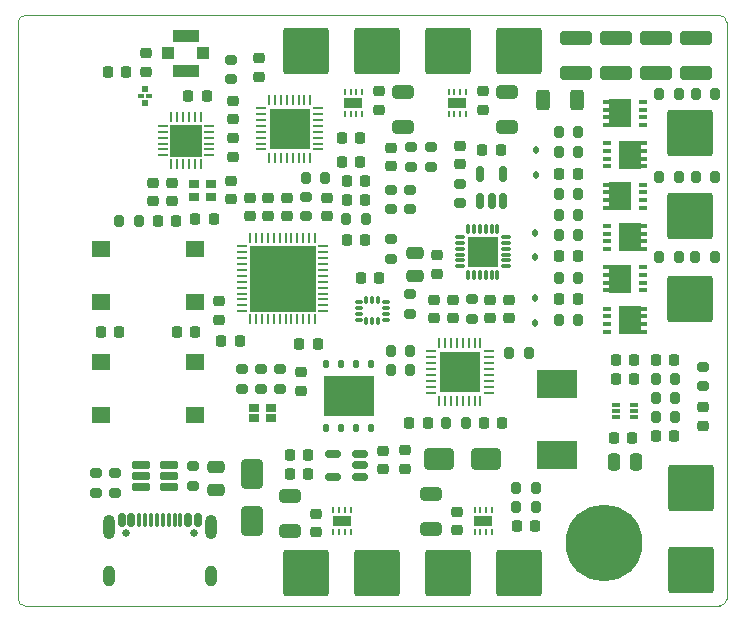
<source format=gbr>
%TF.GenerationSoftware,KiCad,Pcbnew,8.0.3*%
%TF.CreationDate,2024-11-14T20:38:21+13:00*%
%TF.ProjectId,combat-r1,636f6d62-6174-42d7-9231-2e6b69636164,rev?*%
%TF.SameCoordinates,Original*%
%TF.FileFunction,Soldermask,Top*%
%TF.FilePolarity,Negative*%
%FSLAX46Y46*%
G04 Gerber Fmt 4.6, Leading zero omitted, Abs format (unit mm)*
G04 Created by KiCad (PCBNEW 8.0.3) date 2024-11-14 20:38:21*
%MOMM*%
%LPD*%
G01*
G04 APERTURE LIST*
G04 Aperture macros list*
%AMRoundRect*
0 Rectangle with rounded corners*
0 $1 Rounding radius*
0 $2 $3 $4 $5 $6 $7 $8 $9 X,Y pos of 4 corners*
0 Add a 4 corners polygon primitive as box body*
4,1,4,$2,$3,$4,$5,$6,$7,$8,$9,$2,$3,0*
0 Add four circle primitives for the rounded corners*
1,1,$1+$1,$2,$3*
1,1,$1+$1,$4,$5*
1,1,$1+$1,$6,$7*
1,1,$1+$1,$8,$9*
0 Add four rect primitives between the rounded corners*
20,1,$1+$1,$2,$3,$4,$5,0*
20,1,$1+$1,$4,$5,$6,$7,0*
20,1,$1+$1,$6,$7,$8,$9,0*
20,1,$1+$1,$8,$9,$2,$3,0*%
G04 Aperture macros list end*
%ADD10RoundRect,0.225000X-0.225000X-0.250000X0.225000X-0.250000X0.225000X0.250000X-0.225000X0.250000X0*%
%ADD11RoundRect,0.200000X0.275000X-0.200000X0.275000X0.200000X-0.275000X0.200000X-0.275000X-0.200000X0*%
%ADD12RoundRect,0.225000X0.225000X0.250000X-0.225000X0.250000X-0.225000X-0.250000X0.225000X-0.250000X0*%
%ADD13R,1.600000X1.400000*%
%ADD14RoundRect,0.112500X-0.112500X0.187500X-0.112500X-0.187500X0.112500X-0.187500X0.112500X0.187500X0*%
%ADD15RoundRect,0.250000X1.100000X-0.325000X1.100000X0.325000X-1.100000X0.325000X-1.100000X-0.325000X0*%
%ADD16RoundRect,0.225000X0.250000X-0.225000X0.250000X0.225000X-0.250000X0.225000X-0.250000X-0.225000X0*%
%ADD17R,0.650000X0.350000*%
%ADD18R,1.975000X2.400000*%
%ADD19RoundRect,0.062500X0.062500X-0.187500X0.062500X0.187500X-0.062500X0.187500X-0.062500X-0.187500X0*%
%ADD20R,1.600000X0.900000*%
%ADD21RoundRect,0.250002X-1.699998X-1.699998X1.699998X-1.699998X1.699998X1.699998X-1.699998X1.699998X0*%
%ADD22RoundRect,0.125000X0.125000X-0.250000X0.125000X0.250000X-0.125000X0.250000X-0.125000X-0.250000X0*%
%ADD23R,4.300000X3.400000*%
%ADD24RoundRect,0.200000X-0.200000X-0.275000X0.200000X-0.275000X0.200000X0.275000X-0.200000X0.275000X0*%
%ADD25C,0.650000*%
%ADD26RoundRect,0.150000X-0.150000X-0.425000X0.150000X-0.425000X0.150000X0.425000X-0.150000X0.425000X0*%
%ADD27RoundRect,0.075000X-0.075000X-0.500000X0.075000X-0.500000X0.075000X0.500000X-0.075000X0.500000X0*%
%ADD28O,1.000000X2.100000*%
%ADD29O,1.000000X1.800000*%
%ADD30R,1.000000X1.000000*%
%ADD31R,2.200000X1.050000*%
%ADD32RoundRect,0.218750X-0.218750X-0.256250X0.218750X-0.256250X0.218750X0.256250X-0.218750X0.256250X0*%
%ADD33RoundRect,0.250000X-0.250000X-0.475000X0.250000X-0.475000X0.250000X0.475000X-0.250000X0.475000X0*%
%ADD34RoundRect,0.250000X0.650000X-0.325000X0.650000X0.325000X-0.650000X0.325000X-0.650000X-0.325000X0*%
%ADD35RoundRect,0.075000X-0.350000X-0.075000X0.350000X-0.075000X0.350000X0.075000X-0.350000X0.075000X0*%
%ADD36RoundRect,0.075000X-0.075000X-0.350000X0.075000X-0.350000X0.075000X0.350000X-0.075000X0.350000X0*%
%ADD37R,2.650000X2.650000*%
%ADD38RoundRect,0.250000X0.650000X-1.000000X0.650000X1.000000X-0.650000X1.000000X-0.650000X-1.000000X0*%
%ADD39RoundRect,0.250000X-1.000000X-0.650000X1.000000X-0.650000X1.000000X0.650000X-1.000000X0.650000X0*%
%ADD40RoundRect,0.225000X-0.250000X0.225000X-0.250000X-0.225000X0.250000X-0.225000X0.250000X0.225000X0*%
%ADD41R,0.550000X0.550000*%
%ADD42R,0.500000X0.300000*%
%ADD43C,4.200000*%
%ADD44C,6.500000*%
%ADD45RoundRect,0.200000X-0.275000X0.200000X-0.275000X-0.200000X0.275000X-0.200000X0.275000X0.200000X0*%
%ADD46RoundRect,0.250002X1.699998X1.699998X-1.699998X1.699998X-1.699998X-1.699998X1.699998X-1.699998X0*%
%ADD47RoundRect,0.062500X-0.062500X0.187500X-0.062500X-0.187500X0.062500X-0.187500X0.062500X0.187500X0*%
%ADD48RoundRect,0.062500X-0.062500X0.375000X-0.062500X-0.375000X0.062500X-0.375000X0.062500X0.375000X0*%
%ADD49RoundRect,0.062500X-0.375000X0.062500X-0.375000X-0.062500X0.375000X-0.062500X0.375000X0.062500X0*%
%ADD50R,5.600000X5.600000*%
%ADD51RoundRect,0.250000X-0.650000X0.325000X-0.650000X-0.325000X0.650000X-0.325000X0.650000X0.325000X0*%
%ADD52RoundRect,0.200000X0.200000X0.275000X-0.200000X0.275000X-0.200000X-0.275000X0.200000X-0.275000X0*%
%ADD53R,3.450000X3.450000*%
%ADD54RoundRect,0.250000X-0.475000X0.250000X-0.475000X-0.250000X0.475000X-0.250000X0.475000X0.250000X0*%
%ADD55RoundRect,0.150000X0.512500X0.150000X-0.512500X0.150000X-0.512500X-0.150000X0.512500X-0.150000X0*%
%ADD56RoundRect,0.085000X-0.265000X-0.085000X0.265000X-0.085000X0.265000X0.085000X-0.265000X0.085000X0*%
%ADD57RoundRect,0.150000X0.150000X-0.512500X0.150000X0.512500X-0.150000X0.512500X-0.150000X-0.512500X0*%
%ADD58R,0.900000X0.800000*%
%ADD59R,0.850000X0.650000*%
%ADD60RoundRect,0.062500X0.062500X-0.350000X0.062500X0.350000X-0.062500X0.350000X-0.062500X-0.350000X0*%
%ADD61RoundRect,0.062500X0.350000X-0.062500X0.350000X0.062500X-0.350000X0.062500X-0.350000X-0.062500X0*%
%ADD62R,2.700000X2.700000*%
%ADD63RoundRect,0.250000X0.312500X0.625000X-0.312500X0.625000X-0.312500X-0.625000X0.312500X-0.625000X0*%
%ADD64RoundRect,0.062500X0.375000X0.062500X-0.375000X0.062500X-0.375000X-0.062500X0.375000X-0.062500X0*%
%ADD65RoundRect,0.062500X0.062500X0.375000X-0.062500X0.375000X-0.062500X-0.375000X0.062500X-0.375000X0*%
%ADD66RoundRect,0.218750X-0.256250X0.218750X-0.256250X-0.218750X0.256250X-0.218750X0.256250X0.218750X0*%
%ADD67RoundRect,0.150000X-0.650000X-0.150000X0.650000X-0.150000X0.650000X0.150000X-0.650000X0.150000X0*%
%ADD68R,3.500000X2.350000*%
%ADD69RoundRect,0.087500X0.225000X0.087500X-0.225000X0.087500X-0.225000X-0.087500X0.225000X-0.087500X0*%
%ADD70RoundRect,0.087500X0.087500X0.225000X-0.087500X0.225000X-0.087500X-0.225000X0.087500X-0.225000X0*%
%TA.AperFunction,Profile*%
%ADD71C,0.050000*%
%TD*%
G04 APERTURE END LIST*
D10*
%TO.C,C8*%
X147425000Y-85400000D03*
X148975000Y-85400000D03*
%TD*%
D11*
%TO.C,R41*%
X151600000Y-91425000D03*
X151600000Y-89775000D03*
%TD*%
D12*
%TO.C,C26*%
X145375000Y-102800000D03*
X143825000Y-102800000D03*
%TD*%
%TO.C,C18*%
X154675000Y-109500000D03*
X153125000Y-109500000D03*
%TD*%
D13*
%TO.C,SW1*%
X135000000Y-99250000D03*
X127000000Y-99250000D03*
X135000000Y-94750000D03*
X127000000Y-94750000D03*
%TD*%
D14*
%TO.C,D2*%
X163825000Y-86400000D03*
X163825000Y-88500000D03*
%TD*%
D10*
%TO.C,C46*%
X162225000Y-118200000D03*
X163775000Y-118200000D03*
%TD*%
D15*
%TO.C,C36*%
X174000000Y-79875000D03*
X174000000Y-76925000D03*
%TD*%
D10*
%TO.C,C27*%
X149025000Y-97200000D03*
X150575000Y-97200000D03*
%TD*%
D16*
%TO.C,C51*%
X151600000Y-87775000D03*
X151600000Y-86225000D03*
%TD*%
D17*
%TO.C,Q1*%
X172925000Y-84275000D03*
X172925000Y-83625000D03*
X172925000Y-82975000D03*
X172925000Y-82325000D03*
X169825000Y-82325000D03*
X169825000Y-82975000D03*
X169825000Y-83625000D03*
X169825000Y-84275000D03*
D18*
X170962500Y-83300000D03*
%TD*%
D19*
%TO.C,U7*%
X146650000Y-118750000D03*
X147150000Y-118750000D03*
X147650000Y-118750000D03*
X148150000Y-118750000D03*
X148150000Y-116850000D03*
X147650000Y-116850000D03*
X147150000Y-116850000D03*
X146650000Y-116850000D03*
D20*
X147400000Y-117800000D03*
%TD*%
D21*
%TO.C,J11*%
X144400000Y-78000000D03*
%TD*%
D22*
%TO.C,U15*%
X146095000Y-109900000D03*
X147365000Y-109900000D03*
X148635000Y-109900000D03*
X149905000Y-109900000D03*
X149905000Y-104500000D03*
X148635000Y-104500000D03*
X147365000Y-104500000D03*
X146095000Y-104500000D03*
D23*
X148000000Y-107200000D03*
%TD*%
D16*
%TO.C,C20*%
X161600000Y-100625000D03*
X161600000Y-99075000D03*
%TD*%
D11*
%TO.C,R19*%
X144400000Y-92025000D03*
X144400000Y-90375000D03*
%TD*%
%TO.C,R20*%
X151600000Y-95625000D03*
X151600000Y-93975000D03*
%TD*%
%TO.C,R22*%
X126600000Y-115425000D03*
X126600000Y-113775000D03*
%TD*%
D10*
%TO.C,C59*%
X174025000Y-104200000D03*
X175575000Y-104200000D03*
%TD*%
D17*
%TO.C,Q4*%
X169825000Y-92825000D03*
X169825000Y-93475000D03*
X169825000Y-94125000D03*
X169825000Y-94775000D03*
X172925000Y-94775000D03*
X172925000Y-94125000D03*
X172925000Y-93475000D03*
X172925000Y-92825000D03*
D18*
X171787500Y-93800000D03*
%TD*%
D10*
%TO.C,C14*%
X165825000Y-99000000D03*
X167375000Y-99000000D03*
%TD*%
D16*
%TO.C,C17*%
X155200000Y-100625000D03*
X155200000Y-99075000D03*
%TD*%
D24*
%TO.C,R28*%
X151575000Y-103400000D03*
X153225000Y-103400000D03*
%TD*%
D25*
%TO.C,J4*%
X129110000Y-118795000D03*
X134890000Y-118795000D03*
D26*
X128800000Y-117720000D03*
X129600000Y-117720000D03*
D27*
X130750000Y-117720000D03*
X131750000Y-117720000D03*
X132250000Y-117720000D03*
X133250000Y-117720000D03*
D26*
X134400000Y-117720000D03*
X135200000Y-117720000D03*
X135200000Y-117720000D03*
X134400000Y-117720000D03*
D27*
X133750000Y-117720000D03*
X132750000Y-117720000D03*
X131250000Y-117720000D03*
X130250000Y-117720000D03*
D26*
X129600000Y-117720000D03*
X128800000Y-117720000D03*
D28*
X127680000Y-118295000D03*
D29*
X127680000Y-122475000D03*
D28*
X136320000Y-118295000D03*
D29*
X136320000Y-122475000D03*
%TD*%
D30*
%TO.C,J18*%
X132700000Y-78200000D03*
D31*
X134200000Y-76725000D03*
D30*
X135700000Y-78200000D03*
D31*
X134200000Y-79675000D03*
%TD*%
D32*
%TO.C,D1*%
X131812500Y-92400000D03*
X133387500Y-92400000D03*
%TD*%
D19*
%TO.C,U6*%
X158650000Y-118750000D03*
X159150000Y-118750000D03*
X159650000Y-118750000D03*
X160150000Y-118750000D03*
X160150000Y-116850000D03*
X159650000Y-116850000D03*
X159150000Y-116850000D03*
X158650000Y-116850000D03*
D20*
X159400000Y-117800000D03*
%TD*%
D16*
%TO.C,C25*%
X139600000Y-91975000D03*
X139600000Y-90425000D03*
%TD*%
D33*
%TO.C,C43*%
X170450000Y-112800000D03*
X172350000Y-112800000D03*
%TD*%
D34*
%TO.C,C33*%
X155000000Y-118475000D03*
X155000000Y-115525000D03*
%TD*%
D10*
%TO.C,C9*%
X147825000Y-89000000D03*
X149375000Y-89000000D03*
%TD*%
D24*
%TO.C,R24*%
X173975000Y-109000000D03*
X175625000Y-109000000D03*
%TD*%
D11*
%TO.C,R29*%
X153200000Y-100275000D03*
X153200000Y-98625000D03*
%TD*%
D35*
%TO.C,U9*%
X157390000Y-93750000D03*
X157390000Y-94250000D03*
X157390000Y-94750000D03*
X157390000Y-95250000D03*
X157390000Y-95750000D03*
X157390000Y-96250000D03*
D36*
X158090000Y-96950000D03*
X158590000Y-96950000D03*
X159090000Y-96950000D03*
X159590000Y-96950000D03*
X160090000Y-96950000D03*
X160590000Y-96950000D03*
D35*
X161290000Y-96250000D03*
X161290000Y-95750000D03*
X161290000Y-95250000D03*
X161290000Y-94750000D03*
X161290000Y-94250000D03*
X161290000Y-93750000D03*
D36*
X160590000Y-93050000D03*
X160090000Y-93050000D03*
X159590000Y-93050000D03*
X159090000Y-93050000D03*
X158590000Y-93050000D03*
X158090000Y-93050000D03*
D37*
X159340000Y-95000000D03*
%TD*%
D16*
%TO.C,C2*%
X138200000Y-83775000D03*
X138200000Y-82225000D03*
%TD*%
%TO.C,C34*%
X145200000Y-118775000D03*
X145200000Y-117225000D03*
%TD*%
D38*
%TO.C,D5*%
X139800000Y-117800000D03*
X139800000Y-113800000D03*
%TD*%
D17*
%TO.C,Q2*%
X169825000Y-85825000D03*
X169825000Y-86475000D03*
X169825000Y-87125000D03*
X169825000Y-87775000D03*
X172925000Y-87775000D03*
X172925000Y-87125000D03*
X172925000Y-86475000D03*
X172925000Y-85825000D03*
D18*
X171787500Y-86800000D03*
%TD*%
D17*
%TO.C,Q3*%
X172925000Y-91275000D03*
X172925000Y-90625000D03*
X172925000Y-89975000D03*
X172925000Y-89325000D03*
X169825000Y-89325000D03*
X169825000Y-89975000D03*
X169825000Y-90625000D03*
X169825000Y-91275000D03*
D18*
X170962500Y-90300000D03*
%TD*%
D10*
%TO.C,C42*%
X170625000Y-104200000D03*
X172175000Y-104200000D03*
%TD*%
D39*
%TO.C,D6*%
X155600000Y-112600000D03*
X159600000Y-112600000D03*
%TD*%
D40*
%TO.C,C3*%
X131400000Y-89200000D03*
X131400000Y-90750000D03*
%TD*%
D12*
%TO.C,C50*%
X144575000Y-112200000D03*
X143025000Y-112200000D03*
%TD*%
%TO.C,C40*%
X175575000Y-110600000D03*
X174025000Y-110600000D03*
%TD*%
D41*
%TO.C,FL1*%
X130750000Y-82400000D03*
D42*
X131100000Y-81800000D03*
D41*
X130750000Y-81200000D03*
D42*
X130400000Y-81800000D03*
%TD*%
D43*
%TO.C,SW3*%
X169600000Y-119700000D03*
D44*
X169600000Y-119700000D03*
%TD*%
D24*
%TO.C,R7*%
X165775000Y-91900000D03*
X167425000Y-91900000D03*
%TD*%
%TO.C,R10*%
X165775000Y-93600000D03*
X167425000Y-93600000D03*
%TD*%
D10*
%TO.C,C41*%
X170625000Y-105800000D03*
X172175000Y-105800000D03*
%TD*%
D16*
%TO.C,C32*%
X157200000Y-118575000D03*
X157200000Y-117025000D03*
%TD*%
D45*
%TO.C,R34*%
X153300000Y-86175000D03*
X153300000Y-87825000D03*
%TD*%
D11*
%TO.C,R23*%
X128200000Y-115425000D03*
X128200000Y-113775000D03*
%TD*%
D17*
%TO.C,Q6*%
X169825000Y-99825000D03*
X169825000Y-100475000D03*
X169825000Y-101125000D03*
X169825000Y-101775000D03*
X172925000Y-101775000D03*
X172925000Y-101125000D03*
X172925000Y-100475000D03*
X172925000Y-99825000D03*
D18*
X171787500Y-100800000D03*
%TD*%
D40*
%TO.C,C5*%
X138200000Y-85425000D03*
X138200000Y-86975000D03*
%TD*%
D21*
%TO.C,J6*%
X177000000Y-115000000D03*
%TD*%
D46*
%TO.C,J15*%
X162400000Y-122200000D03*
%TD*%
D16*
%TO.C,C22*%
X142800000Y-91975000D03*
X142800000Y-90425000D03*
%TD*%
D24*
%TO.C,R16*%
X147775000Y-92200000D03*
X149425000Y-92200000D03*
%TD*%
D15*
%TO.C,C37*%
X170600000Y-79875000D03*
X170600000Y-76925000D03*
%TD*%
D40*
%TO.C,C63*%
X144000000Y-105225000D03*
X144000000Y-106775000D03*
%TD*%
D45*
%TO.C,R1*%
X138000000Y-78775000D03*
X138000000Y-80425000D03*
%TD*%
D24*
%TO.C,R6*%
X174300000Y-81650000D03*
X175950000Y-81650000D03*
%TD*%
D40*
%TO.C,C56*%
X138000000Y-89025000D03*
X138000000Y-90575000D03*
%TD*%
D10*
%TO.C,C62*%
X137225000Y-102600000D03*
X138775000Y-102600000D03*
%TD*%
D47*
%TO.C,U3*%
X149150000Y-81450000D03*
X148650000Y-81450000D03*
X148150000Y-81450000D03*
X147650000Y-81450000D03*
X147650000Y-83350000D03*
X148150000Y-83350000D03*
X148650000Y-83350000D03*
X149150000Y-83350000D03*
D20*
X148400000Y-82400000D03*
%TD*%
D32*
%TO.C,D8*%
X159412500Y-109500000D03*
X160987500Y-109500000D03*
%TD*%
D12*
%TO.C,C58*%
X129175000Y-79800000D03*
X127625000Y-79800000D03*
%TD*%
D48*
%TO.C,U14*%
X145150000Y-93862500D03*
X144650000Y-93862500D03*
X144150000Y-93862500D03*
X143650000Y-93862500D03*
X143150000Y-93862500D03*
X142650000Y-93862500D03*
X142150000Y-93862500D03*
X141650000Y-93862500D03*
X141150000Y-93862500D03*
X140650000Y-93862500D03*
X140150000Y-93862500D03*
X139650000Y-93862500D03*
D49*
X138962500Y-94550000D03*
X138962500Y-95050000D03*
X138962500Y-95550000D03*
X138962500Y-96050000D03*
X138962500Y-96550000D03*
X138962500Y-97050000D03*
X138962500Y-97550000D03*
X138962500Y-98050000D03*
X138962500Y-98550000D03*
X138962500Y-99050000D03*
X138962500Y-99550000D03*
X138962500Y-100050000D03*
D48*
X139650000Y-100737500D03*
X140150000Y-100737500D03*
X140650000Y-100737500D03*
X141150000Y-100737500D03*
X141650000Y-100737500D03*
X142150000Y-100737500D03*
X142650000Y-100737500D03*
X143150000Y-100737500D03*
X143650000Y-100737500D03*
X144150000Y-100737500D03*
X144650000Y-100737500D03*
X145150000Y-100737500D03*
D49*
X145837500Y-100050000D03*
X145837500Y-99550000D03*
X145837500Y-99050000D03*
X145837500Y-98550000D03*
X145837500Y-98050000D03*
X145837500Y-97550000D03*
X145837500Y-97050000D03*
X145837500Y-96550000D03*
X145837500Y-96050000D03*
X145837500Y-95550000D03*
X145837500Y-95050000D03*
X145837500Y-94550000D03*
D50*
X142400000Y-97300000D03*
%TD*%
D10*
%TO.C,C12*%
X165825000Y-88400000D03*
X167375000Y-88400000D03*
%TD*%
%TO.C,C60*%
X147825000Y-94000000D03*
X149375000Y-94000000D03*
%TD*%
D11*
%TO.C,R42*%
X153200000Y-91425000D03*
X153200000Y-89775000D03*
%TD*%
%TO.C,R36*%
X139000000Y-106625000D03*
X139000000Y-104975000D03*
%TD*%
D51*
%TO.C,C31*%
X161400000Y-81525000D03*
X161400000Y-84475000D03*
%TD*%
D10*
%TO.C,C52*%
X159300000Y-86400000D03*
X160850000Y-86400000D03*
%TD*%
D16*
%TO.C,C53*%
X157400000Y-87575000D03*
X157400000Y-86025000D03*
%TD*%
%TO.C,C61*%
X146200000Y-91975000D03*
X146200000Y-90425000D03*
%TD*%
D46*
%TO.C,J16*%
X144400000Y-122200000D03*
%TD*%
D16*
%TO.C,C23*%
X137000000Y-100775000D03*
X137000000Y-99225000D03*
%TD*%
D52*
%TO.C,R33*%
X163825000Y-116600000D03*
X162175000Y-116600000D03*
%TD*%
D24*
%TO.C,R4*%
X165775000Y-86600000D03*
X167425000Y-86600000D03*
%TD*%
D11*
%TO.C,R32*%
X178000000Y-106412500D03*
X178000000Y-104762500D03*
%TD*%
%TO.C,R35*%
X155000000Y-87825000D03*
X155000000Y-86175000D03*
%TD*%
D16*
%TO.C,C24*%
X141200000Y-91975000D03*
X141200000Y-90425000D03*
%TD*%
D24*
%TO.C,R27*%
X151575000Y-105000000D03*
X153225000Y-105000000D03*
%TD*%
D45*
%TO.C,R39*%
X157400000Y-89275000D03*
X157400000Y-90925000D03*
%TD*%
D48*
%TO.C,U8*%
X159150000Y-102762500D03*
X158650000Y-102762500D03*
X158150000Y-102762500D03*
X157650000Y-102762500D03*
X157150000Y-102762500D03*
X156650000Y-102762500D03*
X156150000Y-102762500D03*
X155650000Y-102762500D03*
D49*
X154962500Y-103450000D03*
X154962500Y-103950000D03*
X154962500Y-104450000D03*
X154962500Y-104950000D03*
X154962500Y-105450000D03*
X154962500Y-105950000D03*
X154962500Y-106450000D03*
X154962500Y-106950000D03*
D48*
X155650000Y-107637500D03*
X156150000Y-107637500D03*
X156650000Y-107637500D03*
X157150000Y-107637500D03*
X157650000Y-107637500D03*
X158150000Y-107637500D03*
X158650000Y-107637500D03*
X159150000Y-107637500D03*
D49*
X159837500Y-106950000D03*
X159837500Y-106450000D03*
X159837500Y-105950000D03*
X159837500Y-105450000D03*
X159837500Y-104950000D03*
X159837500Y-104450000D03*
X159837500Y-103950000D03*
X159837500Y-103450000D03*
D53*
X157400000Y-105200000D03*
%TD*%
D16*
%TO.C,C48*%
X150937500Y-113400000D03*
X150937500Y-111850000D03*
%TD*%
D52*
%TO.C,R2*%
X130225000Y-92400000D03*
X128575000Y-92400000D03*
%TD*%
D46*
%TO.C,J17*%
X150400000Y-122200000D03*
%TD*%
D34*
%TO.C,C35*%
X143000000Y-118675000D03*
X143000000Y-115725000D03*
%TD*%
D52*
%TO.C,R25*%
X175625000Y-105800000D03*
X173975000Y-105800000D03*
%TD*%
D24*
%TO.C,R14*%
X165775000Y-100750000D03*
X167425000Y-100750000D03*
%TD*%
D21*
%TO.C,J9*%
X176900000Y-99000000D03*
%TD*%
%TO.C,J13*%
X156400000Y-78000000D03*
%TD*%
D40*
%TO.C,C15*%
X155500000Y-95325000D03*
X155500000Y-96875000D03*
%TD*%
%TO.C,C28*%
X150600000Y-81425000D03*
X150600000Y-82975000D03*
%TD*%
D10*
%TO.C,C13*%
X165825000Y-95400000D03*
X167375000Y-95400000D03*
%TD*%
D16*
%TO.C,C57*%
X130800000Y-79775000D03*
X130800000Y-78225000D03*
%TD*%
D54*
%TO.C,C16*%
X153600000Y-95150000D03*
X153600000Y-97050000D03*
%TD*%
D24*
%TO.C,R30*%
X162175000Y-115000000D03*
X163825000Y-115000000D03*
%TD*%
D55*
%TO.C,U13*%
X148937500Y-114050000D03*
X148937500Y-113100000D03*
X148937500Y-112150000D03*
X146662500Y-112150000D03*
X146662500Y-114050000D03*
%TD*%
D12*
%TO.C,C49*%
X144575000Y-113800000D03*
X143025000Y-113800000D03*
%TD*%
D56*
%TO.C,U12*%
X170650000Y-108000000D03*
X170650000Y-108500000D03*
X170650000Y-109000000D03*
X172150000Y-109000000D03*
X172150000Y-108500000D03*
X172150000Y-108000000D03*
%TD*%
D14*
%TO.C,D3*%
X163800000Y-93400000D03*
X163800000Y-95500000D03*
%TD*%
D10*
%TO.C,C45*%
X170425000Y-110800000D03*
X171975000Y-110800000D03*
%TD*%
%TO.C,C4*%
X134425000Y-81800000D03*
X135975000Y-81800000D03*
%TD*%
D52*
%TO.C,R31*%
X157900000Y-109500000D03*
X156250000Y-109500000D03*
%TD*%
D57*
%TO.C,U5*%
X159150000Y-90737500D03*
X160100000Y-90737500D03*
X161050000Y-90737500D03*
X161050000Y-88462500D03*
X159150000Y-88462500D03*
%TD*%
D58*
%TO.C,Y1*%
X134900000Y-90350000D03*
X136300000Y-90350000D03*
X136300000Y-89250000D03*
X134900000Y-89250000D03*
%TD*%
D59*
%TO.C,D10*%
X139975000Y-109125000D03*
X139975000Y-108275000D03*
X141425000Y-108275000D03*
X141425000Y-109125000D03*
%TD*%
D15*
%TO.C,C39*%
X167200000Y-79875000D03*
X167200000Y-76925000D03*
%TD*%
D60*
%TO.C,U2*%
X132950000Y-87562500D03*
X133450000Y-87562500D03*
X133950000Y-87562500D03*
X134450000Y-87562500D03*
X134950000Y-87562500D03*
X135450000Y-87562500D03*
D61*
X136162500Y-86850000D03*
X136162500Y-86350000D03*
X136162500Y-85850000D03*
X136162500Y-85350000D03*
X136162500Y-84850000D03*
X136162500Y-84350000D03*
D60*
X135450000Y-83637500D03*
X134950000Y-83637500D03*
X134450000Y-83637500D03*
X133950000Y-83637500D03*
X133450000Y-83637500D03*
X132950000Y-83637500D03*
D61*
X132237500Y-84350000D03*
X132237500Y-84850000D03*
X132237500Y-85350000D03*
X132237500Y-85850000D03*
X132237500Y-86350000D03*
X132237500Y-86850000D03*
D62*
X134200000Y-85600000D03*
%TD*%
D63*
%TO.C,R40*%
X167362500Y-82200000D03*
X164437500Y-82200000D03*
%TD*%
D24*
%TO.C,TH1*%
X165775000Y-90100000D03*
X167425000Y-90100000D03*
%TD*%
D40*
%TO.C,C1*%
X133000000Y-89200000D03*
X133000000Y-90750000D03*
%TD*%
D24*
%TO.C,R12*%
X177350000Y-95500000D03*
X179000000Y-95500000D03*
%TD*%
D40*
%TO.C,C30*%
X159400000Y-81425000D03*
X159400000Y-82975000D03*
%TD*%
D13*
%TO.C,SW2*%
X127000000Y-104350000D03*
X135000000Y-104350000D03*
X127000000Y-108850000D03*
X135000000Y-108850000D03*
%TD*%
D10*
%TO.C,C44*%
X135025000Y-92200000D03*
X136575000Y-92200000D03*
%TD*%
D21*
%TO.C,J7*%
X176900000Y-85000000D03*
%TD*%
D16*
%TO.C,C21*%
X156800000Y-100625000D03*
X156800000Y-99075000D03*
%TD*%
D21*
%TO.C,J8*%
X176900000Y-92000000D03*
%TD*%
D64*
%TO.C,U1*%
X145437500Y-86350000D03*
X145437500Y-85850000D03*
X145437500Y-85350000D03*
X145437500Y-84850000D03*
X145437500Y-84350000D03*
X145437500Y-83850000D03*
X145437500Y-83350000D03*
X145437500Y-82850000D03*
D65*
X144750000Y-82162500D03*
X144250000Y-82162500D03*
X143750000Y-82162500D03*
X143250000Y-82162500D03*
X142750000Y-82162500D03*
X142250000Y-82162500D03*
X141750000Y-82162500D03*
X141250000Y-82162500D03*
D64*
X140562500Y-82850000D03*
X140562500Y-83350000D03*
X140562500Y-83850000D03*
X140562500Y-84350000D03*
X140562500Y-84850000D03*
X140562500Y-85350000D03*
X140562500Y-85850000D03*
X140562500Y-86350000D03*
D65*
X141250000Y-87037500D03*
X141750000Y-87037500D03*
X142250000Y-87037500D03*
X142750000Y-87037500D03*
X143250000Y-87037500D03*
X143750000Y-87037500D03*
X144250000Y-87037500D03*
X144750000Y-87037500D03*
D53*
X143000000Y-84600000D03*
%TD*%
D66*
%TO.C,D9*%
X178000000Y-108200000D03*
X178000000Y-109775000D03*
%TD*%
D67*
%TO.C,U11*%
X130450000Y-113050000D03*
X130450000Y-114000000D03*
X130450000Y-114950000D03*
X132750000Y-114950000D03*
X132750000Y-114000000D03*
X132750000Y-113050000D03*
%TD*%
D24*
%TO.C,R26*%
X173975000Y-107400000D03*
X175625000Y-107400000D03*
%TD*%
%TO.C,R11*%
X165775000Y-97250000D03*
X167425000Y-97250000D03*
%TD*%
D16*
%TO.C,C19*%
X160000000Y-100625000D03*
X160000000Y-99075000D03*
%TD*%
D46*
%TO.C,J14*%
X156400000Y-122200000D03*
%TD*%
D24*
%TO.C,R3*%
X165775000Y-84850000D03*
X167425000Y-84850000D03*
%TD*%
%TO.C,R9*%
X174275000Y-88650000D03*
X175925000Y-88650000D03*
%TD*%
D12*
%TO.C,C54*%
X134975000Y-101800000D03*
X133425000Y-101800000D03*
%TD*%
D17*
%TO.C,Q5*%
X172925000Y-98275000D03*
X172925000Y-97625000D03*
X172925000Y-96975000D03*
X172925000Y-96325000D03*
X169825000Y-96325000D03*
X169825000Y-96975000D03*
X169825000Y-97625000D03*
X169825000Y-98275000D03*
D18*
X170962500Y-97300000D03*
%TD*%
D68*
%TO.C,L1*%
X165600000Y-106175000D03*
X165600000Y-112225000D03*
%TD*%
D10*
%TO.C,C10*%
X147825000Y-90600000D03*
X149375000Y-90600000D03*
%TD*%
%TO.C,C6*%
X147425000Y-87400000D03*
X148975000Y-87400000D03*
%TD*%
D16*
%TO.C,C7*%
X140400000Y-80200000D03*
X140400000Y-78650000D03*
%TD*%
D10*
%TO.C,C11*%
X127025000Y-101800000D03*
X128575000Y-101800000D03*
%TD*%
D21*
%TO.C,J10*%
X150400000Y-78000000D03*
%TD*%
D24*
%TO.C,R18*%
X144375000Y-88800000D03*
X146025000Y-88800000D03*
%TD*%
D21*
%TO.C,J5*%
X177000000Y-122000000D03*
%TD*%
D69*
%TO.C,U10*%
X151162500Y-100750000D03*
X151162500Y-100250000D03*
X151162500Y-99750000D03*
X151162500Y-99250000D03*
D70*
X150500000Y-99087500D03*
X150000000Y-99087500D03*
X149500000Y-99087500D03*
D69*
X148837500Y-99250000D03*
X148837500Y-99750000D03*
X148837500Y-100250000D03*
X148837500Y-100750000D03*
D70*
X149500000Y-100912500D03*
X150000000Y-100912500D03*
X150500000Y-100912500D03*
%TD*%
D16*
%TO.C,C47*%
X152737500Y-113375000D03*
X152737500Y-111825000D03*
%TD*%
D24*
%TO.C,R13*%
X174275000Y-95500000D03*
X175925000Y-95500000D03*
%TD*%
D21*
%TO.C,J12*%
X162400000Y-78000000D03*
%TD*%
D15*
%TO.C,C38*%
X177400000Y-79875000D03*
X177400000Y-76925000D03*
%TD*%
D54*
%TO.C,C55*%
X136800000Y-113250000D03*
X136800000Y-115150000D03*
%TD*%
D51*
%TO.C,C29*%
X152600000Y-81525000D03*
X152600000Y-84475000D03*
%TD*%
D14*
%TO.C,D4*%
X163800000Y-98950000D03*
X163800000Y-101050000D03*
%TD*%
D24*
%TO.C,R17*%
X161575000Y-103600000D03*
X163225000Y-103600000D03*
%TD*%
%TO.C,R5*%
X177375000Y-81650000D03*
X179025000Y-81650000D03*
%TD*%
D11*
%TO.C,R38*%
X142200000Y-106625000D03*
X142200000Y-104975000D03*
%TD*%
%TO.C,R15*%
X158400000Y-100675000D03*
X158400000Y-99025000D03*
%TD*%
%TO.C,R21*%
X134800000Y-114825000D03*
X134800000Y-113175000D03*
%TD*%
D24*
%TO.C,R8*%
X177375000Y-88650000D03*
X179025000Y-88650000D03*
%TD*%
D11*
%TO.C,R37*%
X140600000Y-106625000D03*
X140600000Y-104975000D03*
%TD*%
D47*
%TO.C,U4*%
X157950000Y-81450000D03*
X157450000Y-81450000D03*
X156950000Y-81450000D03*
X156450000Y-81450000D03*
X156450000Y-83350000D03*
X156950000Y-83350000D03*
X157450000Y-83350000D03*
X157950000Y-83350000D03*
D20*
X157200000Y-82400000D03*
%TD*%
D71*
X180000000Y-124400000D02*
G75*
G02*
X179400000Y-125000000I-600000J0D01*
G01*
X120000000Y-75600000D02*
X120000000Y-124400000D01*
X179400000Y-75000000D02*
X120600000Y-75000000D01*
X180000000Y-124400000D02*
X180000000Y-75600000D01*
X120000000Y-75600000D02*
G75*
G02*
X120600000Y-75000000I600000J0D01*
G01*
X120600000Y-125000000D02*
G75*
G02*
X120000000Y-124400000I0J600000D01*
G01*
X179400000Y-75000000D02*
G75*
G02*
X180000000Y-75600000I0J-600000D01*
G01*
X120600000Y-125000000D02*
X179400000Y-125000000D01*
M02*

</source>
